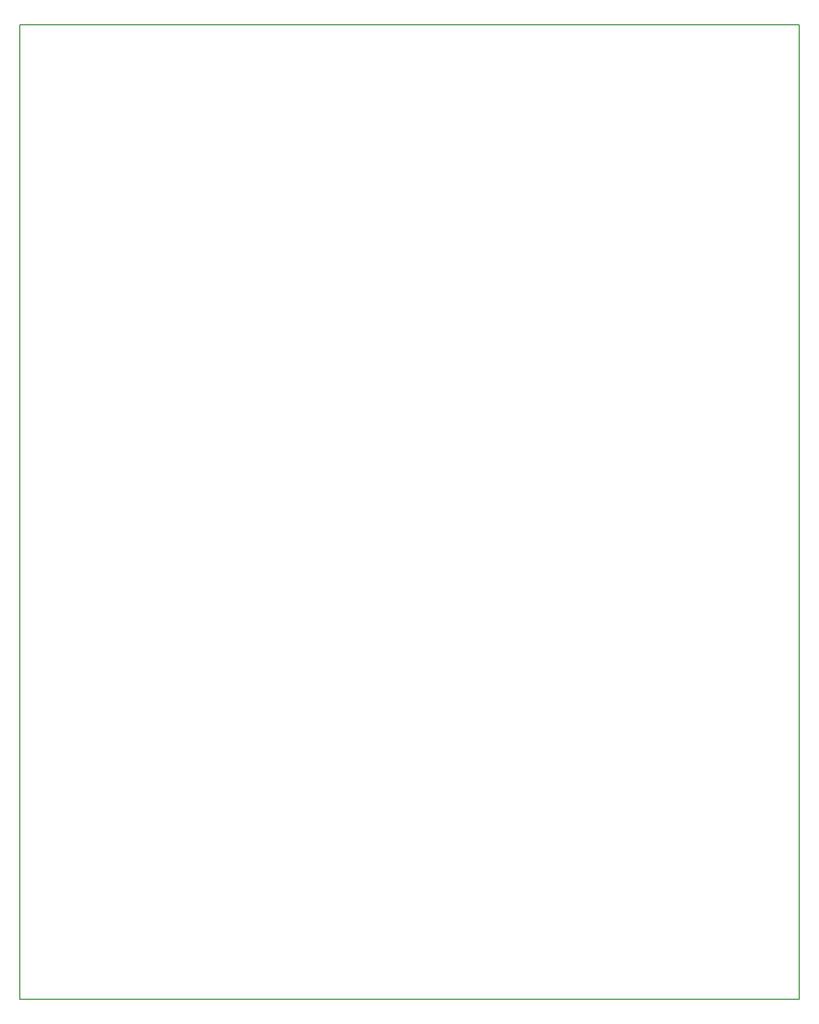
<source format=gm1>
G04 #@! TF.FileFunction,Profile,NP*
%FSLAX46Y46*%
G04 Gerber Fmt 4.6, Leading zero omitted, Abs format (unit mm)*
G04 Created by KiCad (PCBNEW 4.0.6) date Monday, August 21, 2017 'PMt' 07:16:47 PM*
%MOMM*%
%LPD*%
G01*
G04 APERTURE LIST*
%ADD10C,0.100000*%
%ADD11C,0.150000*%
G04 APERTURE END LIST*
D10*
D11*
X160000000Y-30000000D02*
X40000000Y-30000000D01*
X160000000Y-180000000D02*
X160000000Y-30000000D01*
X40000000Y-180000000D02*
X160000000Y-180000000D01*
X40000000Y-30000000D02*
X40000000Y-180000000D01*
M02*

</source>
